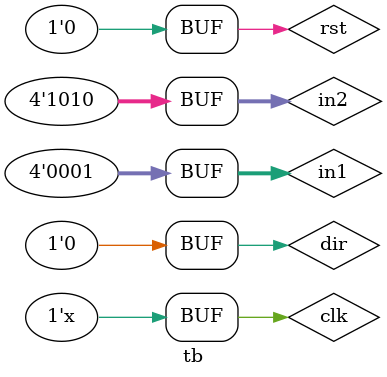
<source format=v>
module tb;
reg clk,rst,dir;
reg [3:0] in1,in2;
wire [4:0] out;
add_sub R1 (clk,rst,in1,in2,out,dir);
initial
begin
clk=0;rst=1;
#10;
rst=0;
end
always #5 clk = ~clk;
initial
begin
#10; in1 = 4'd9; in2 = 4'd9; dir=0;
#10; in1 = 4'd10; in2 = 4'd1; dir=1;
#10; in1 = 4'd11; in2 = 4'd2; dir=0;
#10; in1 = 4'd12; in2 = 4'd3; dir=1;
#10; in1 = 4'd13; in2 = 4'd4; dir=0;
#10; in1 = 4'd14; in2 = 4'd5; dir=1;
#10; in1 = 4'd15; in2 = 4'd6; dir=0;
#10; in1 = 4'd16; in2 = 4'd11; dir=1;
#10; in1 = 4'd17; in2 = 4'd10; dir=0;
end
endmodule

</source>
